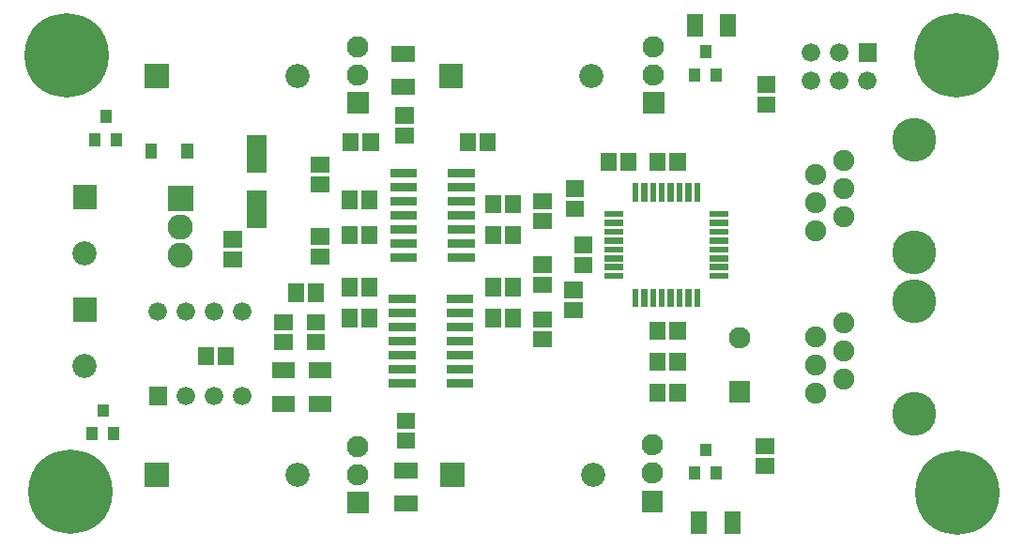
<source format=gbr>
G04 start of page 6 for group -4063 idx -4063 *
G04 Title: (unknown), componentmask *
G04 Creator: pcb 20110918 *
G04 CreationDate: Tue 09 Apr 2013 03:49:42 AM GMT UTC *
G04 For: railfan *
G04 Format: Gerber/RS-274X *
G04 PCB-Dimensions: 350000 190000 *
G04 PCB-Coordinate-Origin: lower left *
%MOIN*%
%FSLAX25Y25*%
%LNTOPMASK*%
%ADD78R,0.0217X0.0217*%
%ADD77R,0.0300X0.0300*%
%ADD76R,0.0420X0.0420*%
%ADD75R,0.0690X0.0690*%
%ADD74R,0.0400X0.0400*%
%ADD73R,0.0572X0.0572*%
%ADD72C,0.0900*%
%ADD71C,0.1560*%
%ADD70C,0.0750*%
%ADD69C,0.2997*%
%ADD68C,0.0760*%
%ADD67C,0.0660*%
%ADD66C,0.0860*%
%ADD65C,0.0001*%
G54D65*G36*
X44200Y28300D02*Y19700D01*
X52800D01*
Y28300D01*
X44200D01*
G37*
G54D66*X98500Y24000D03*
G54D65*G36*
X45700Y55300D02*Y48700D01*
X52300D01*
Y55300D01*
X45700D01*
G37*
G54D67*X59000Y52000D03*
X69000D03*
X79000D03*
G54D65*G36*
X220700Y18300D02*Y10700D01*
X228300D01*
Y18300D01*
X220700D01*
G37*
G54D68*X224500Y24500D03*
Y34500D03*
G54D65*G36*
X149200Y28300D02*Y19700D01*
X157800D01*
Y28300D01*
X149200D01*
G37*
G54D66*X203500Y24000D03*
G54D69*X18000Y18000D03*
G54D65*G36*
X116200Y17800D02*Y10200D01*
X123800D01*
Y17800D01*
X116200D01*
G37*
G54D68*X120000Y24000D03*
Y34000D03*
G54D70*X282500Y53000D03*
X292500Y58000D03*
Y68000D03*
G54D71*X317500Y45500D03*
G54D69*X333000Y17500D03*
G54D65*G36*
X297700Y177300D02*Y170700D01*
X304300D01*
Y177300D01*
X297700D01*
G37*
G54D67*X291000Y174000D03*
X281000D03*
X301000Y164000D03*
X291000D03*
X281000D03*
G54D65*G36*
X221200Y159800D02*Y152200D01*
X228800D01*
Y159800D01*
X221200D01*
G37*
G54D68*X225000Y166000D03*
Y176000D03*
G54D69*X332500Y173000D03*
G54D65*G36*
X148700Y169800D02*Y161200D01*
X157300D01*
Y169800D01*
X148700D01*
G37*
G54D66*X98500Y165500D03*
G54D65*G36*
X116200Y159800D02*Y152200D01*
X123800D01*
Y159800D01*
X116200D01*
G37*
G54D68*X120000Y166000D03*
Y176000D03*
G54D66*X203000Y165500D03*
G54D65*G36*
X18700Y126800D02*Y118200D01*
X27300D01*
Y126800D01*
X18700D01*
G37*
G54D66*X23000Y102500D03*
G54D65*G36*
X18700Y86800D02*Y78200D01*
X27300D01*
Y86800D01*
X18700D01*
G37*
G54D66*X23000Y62500D03*
G54D69*X16500Y173000D03*
G54D72*X57000Y102000D03*
Y112000D03*
G54D65*G36*
X52500Y126500D02*Y117500D01*
X61500D01*
Y126500D01*
X52500D01*
G37*
G36*
X44200Y169800D02*Y161200D01*
X52800D01*
Y169800D01*
X44200D01*
G37*
G54D67*X79000Y82000D03*
X69000D03*
X59000D03*
X49000D03*
G54D70*X282500Y63000D03*
Y73000D03*
X292500Y78000D03*
G54D71*X317500Y85500D03*
G54D65*G36*
X251700Y57194D02*Y49594D01*
X259300D01*
Y57194D01*
X251700D01*
G37*
G54D68*X255500Y72606D03*
G54D70*X282500Y110500D03*
X292500Y115500D03*
X282500Y120500D03*
X292500Y125500D03*
X282500Y130500D03*
X292500Y135500D03*
G54D71*X317500Y103000D03*
Y143000D03*
G54D73*X65957Y66393D02*Y65607D01*
G54D74*X25500Y38800D02*Y38200D01*
X33300Y38800D02*Y38200D01*
X29400Y47000D02*Y46400D01*
G54D73*X73043Y66393D02*Y65607D01*
G54D75*X84000Y121307D02*Y115008D01*
G54D73*X75107Y100457D02*X75893D01*
X124043Y90893D02*Y90107D01*
X116957Y90893D02*Y90107D01*
X106107Y101457D02*X106893D01*
X75107Y107543D02*X75893D01*
X106107Y108543D02*X106893D01*
X124043Y109393D02*Y108607D01*
X116957Y109393D02*Y108607D01*
X106107Y134043D02*X106893D01*
X106107Y126957D02*X106893D01*
X124543Y142393D02*Y141607D01*
X117457Y142393D02*Y141607D01*
X124043Y121893D02*Y121107D01*
X116957Y121893D02*Y121107D01*
G54D76*X59400Y139600D02*Y138400D01*
X46500Y139600D02*Y138400D01*
G54D74*X26500Y143300D02*Y142700D01*
X34300Y143300D02*Y142700D01*
G54D75*X84000Y140992D02*Y134693D01*
G54D74*X30400Y151500D02*Y150900D01*
G54D77*X132500Y86500D02*X139000D01*
X132500Y81500D02*X139000D01*
X132500Y76500D02*X139000D01*
X132500Y71500D02*X139000D01*
G54D73*X124043Y79893D02*Y79107D01*
X116957Y79893D02*Y79107D01*
G54D77*X132500Y66500D02*X139000D01*
G54D73*X135819Y13595D02*X138181D01*
X135819Y25405D02*X138181D01*
X136607Y35957D02*X137393D01*
X136607Y43043D02*X137393D01*
G54D77*X132500Y61500D02*X139000D01*
G54D73*X105319Y60905D02*X107681D01*
X92319D02*X94681D01*
G54D77*X132500Y56500D02*X139000D01*
G54D73*X105319Y49095D02*X107681D01*
X92319D02*X94681D01*
G54D77*X153000Y71500D02*X159500D01*
X153000Y76500D02*X159500D01*
X153000Y81500D02*X159500D01*
X153000Y86500D02*X159500D01*
G54D73*X105043Y88893D02*Y88107D01*
X97957Y88893D02*Y88107D01*
X93107Y70957D02*X93893D01*
X93107Y78043D02*X93893D01*
X104607Y70957D02*X105393D01*
X104607Y78043D02*X105393D01*
G54D77*X153000Y56500D02*X159500D01*
X153000Y61500D02*X159500D01*
X153000Y66500D02*X159500D01*
G54D73*X196107Y89543D02*X196893D01*
X196107Y82457D02*X196893D01*
X199607Y105543D02*X200393D01*
X199607Y98457D02*X200393D01*
X185107Y91457D02*X185893D01*
X167957Y90893D02*Y90107D01*
X175043Y90893D02*Y90107D01*
X185107Y71957D02*X185893D01*
X185107Y79043D02*X185893D01*
X185107Y98543D02*X185893D01*
X175043Y109393D02*Y108607D01*
X185107Y113957D02*X185893D01*
X185107Y121043D02*X185893D01*
X167957Y109393D02*Y108607D01*
G54D77*X153500Y101000D02*X160000D01*
X153500Y106000D02*X160000D01*
G54D74*X239500Y166300D02*Y165700D01*
G54D73*X134819Y161595D02*X137181D01*
G54D74*X243400Y174500D02*Y173900D01*
G54D73*X134819Y173405D02*X137181D01*
X239595Y184681D02*Y182319D01*
X251405Y184681D02*Y182319D01*
G54D77*X133000Y131000D02*X139500D01*
X133000Y126000D02*X139500D01*
X133000Y121000D02*X139500D01*
X133000Y116000D02*X139500D01*
X133000Y111000D02*X139500D01*
X133000Y106000D02*X139500D01*
X133000Y101000D02*X139500D01*
G54D73*X136107Y151543D02*X136893D01*
X136107Y144457D02*X136893D01*
G54D77*X153500Y111000D02*X160000D01*
X153500Y116000D02*X160000D01*
X153500Y121000D02*X160000D01*
X153500Y126000D02*X160000D01*
G54D73*X167957Y120393D02*Y119607D01*
G54D77*X153500Y131000D02*X160000D01*
G54D73*X166043Y142393D02*Y141607D01*
X158957Y142393D02*Y141607D01*
X175043Y120393D02*Y119607D01*
X196607Y118457D02*X197393D01*
X196607Y125543D02*X197393D01*
X167957Y79893D02*Y79107D01*
X175043Y79893D02*Y79107D01*
G54D78*X218477Y88934D02*Y84508D01*
X221626Y88934D02*Y84508D01*
X224776Y88934D02*Y84508D01*
X227925Y88934D02*Y84508D01*
X231075Y88934D02*Y84508D01*
X234225Y88934D02*Y84508D01*
X237374Y88934D02*Y84508D01*
X240524Y88934D02*Y84508D01*
X246066Y94477D02*X250492D01*
X246066Y97626D02*X250492D01*
X246066Y100776D02*X250492D01*
X246066Y103925D02*X250492D01*
X246066Y107075D02*X250492D01*
X246066Y110225D02*X250492D01*
X246066Y113374D02*X250492D01*
G54D73*X264607Y162543D02*X265393D01*
X264607Y155457D02*X265393D01*
G54D74*X247300Y166300D02*Y165700D01*
G54D73*X208957Y135393D02*Y134607D01*
X216043Y135393D02*Y134607D01*
X233543Y135393D02*Y134607D01*
X226457Y135393D02*Y134607D01*
G54D78*X240523Y126492D02*Y122066D01*
X237374Y126492D02*Y122066D01*
X234224Y126492D02*Y122066D01*
X231075Y126492D02*Y122066D01*
X227925Y126492D02*Y122066D01*
X224775Y126492D02*Y122066D01*
X221626Y126492D02*Y122066D01*
X246066Y116524D02*X250492D01*
X218476Y126492D02*Y122066D01*
X208508Y116523D02*X212934D01*
X208508Y113374D02*X212934D01*
X208508Y110224D02*X212934D01*
X208508Y107075D02*X212934D01*
X208508Y103925D02*X212934D01*
X208508Y100775D02*X212934D01*
X208508Y97626D02*X212934D01*
X208508Y94476D02*X212934D01*
G54D73*X233543Y75393D02*Y74607D01*
Y64393D02*Y63607D01*
X226457Y75393D02*Y74607D01*
Y53393D02*Y52607D01*
Y64393D02*Y63607D01*
X241095Y8181D02*Y5819D01*
X252905Y8181D02*Y5819D01*
X264107Y26957D02*X264893D01*
X264107Y34043D02*X264893D01*
G54D74*X239500Y24800D02*Y24200D01*
X247300Y24800D02*Y24200D01*
X243400Y33000D02*Y32400D01*
G54D73*X233543Y53393D02*Y52607D01*
M02*

</source>
